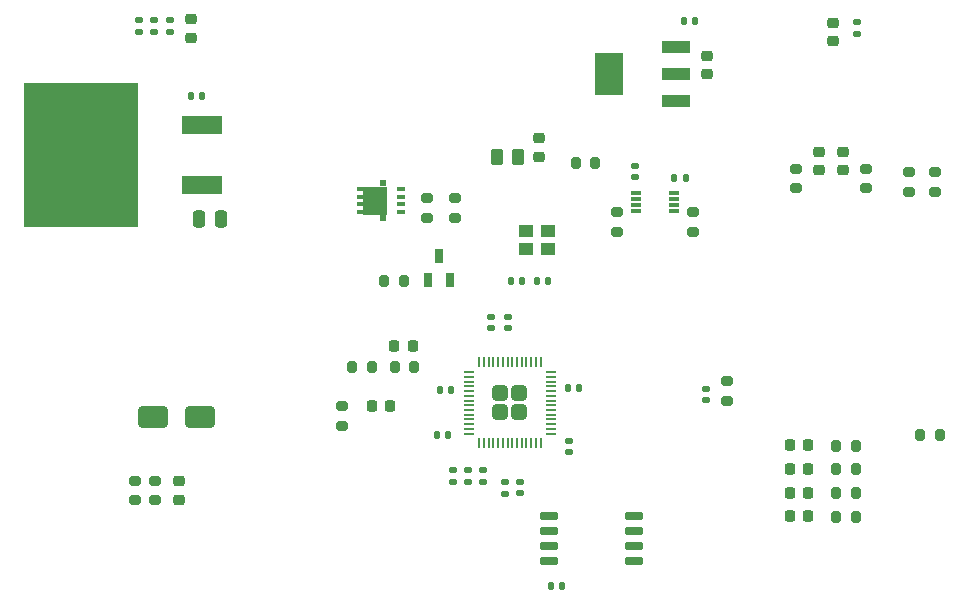
<source format=gbr>
%TF.GenerationSoftware,KiCad,Pcbnew,8.0.2*%
%TF.CreationDate,2024-12-31T23:00:35-06:00*%
%TF.ProjectId,LampBoardModule,4c616d70-426f-4617-9264-4d6f64756c65,rev?*%
%TF.SameCoordinates,Original*%
%TF.FileFunction,Paste,Top*%
%TF.FilePolarity,Positive*%
%FSLAX46Y46*%
G04 Gerber Fmt 4.6, Leading zero omitted, Abs format (unit mm)*
G04 Created by KiCad (PCBNEW 8.0.2) date 2024-12-31 23:00:35*
%MOMM*%
%LPD*%
G01*
G04 APERTURE LIST*
G04 Aperture macros list*
%AMRoundRect*
0 Rectangle with rounded corners*
0 $1 Rounding radius*
0 $2 $3 $4 $5 $6 $7 $8 $9 X,Y pos of 4 corners*
0 Add a 4 corners polygon primitive as box body*
4,1,4,$2,$3,$4,$5,$6,$7,$8,$9,$2,$3,0*
0 Add four circle primitives for the rounded corners*
1,1,$1+$1,$2,$3*
1,1,$1+$1,$4,$5*
1,1,$1+$1,$6,$7*
1,1,$1+$1,$8,$9*
0 Add four rect primitives between the rounded corners*
20,1,$1+$1,$2,$3,$4,$5,0*
20,1,$1+$1,$4,$5,$6,$7,0*
20,1,$1+$1,$6,$7,$8,$9,0*
20,1,$1+$1,$8,$9,$2,$3,0*%
G04 Aperture macros list end*
%ADD10RoundRect,0.218750X0.256250X-0.218750X0.256250X0.218750X-0.256250X0.218750X-0.256250X-0.218750X0*%
%ADD11RoundRect,0.200000X0.275000X-0.200000X0.275000X0.200000X-0.275000X0.200000X-0.275000X-0.200000X0*%
%ADD12RoundRect,0.135000X-0.185000X0.135000X-0.185000X-0.135000X0.185000X-0.135000X0.185000X0.135000X0*%
%ADD13RoundRect,0.140000X-0.140000X-0.170000X0.140000X-0.170000X0.140000X0.170000X-0.140000X0.170000X0*%
%ADD14R,0.700000X1.250000*%
%ADD15RoundRect,0.200000X-0.200000X-0.275000X0.200000X-0.275000X0.200000X0.275000X-0.200000X0.275000X0*%
%ADD16R,3.500000X1.600000*%
%ADD17R,9.750000X12.200000*%
%ADD18RoundRect,0.200000X-0.275000X0.200000X-0.275000X-0.200000X0.275000X-0.200000X0.275000X0.200000X0*%
%ADD19RoundRect,0.200000X0.200000X0.275000X-0.200000X0.275000X-0.200000X-0.275000X0.200000X-0.275000X0*%
%ADD20RoundRect,0.140000X-0.170000X0.140000X-0.170000X-0.140000X0.170000X-0.140000X0.170000X0.140000X0*%
%ADD21RoundRect,0.225000X0.250000X-0.225000X0.250000X0.225000X-0.250000X0.225000X-0.250000X-0.225000X0*%
%ADD22RoundRect,0.140000X0.170000X-0.140000X0.170000X0.140000X-0.170000X0.140000X-0.170000X-0.140000X0*%
%ADD23RoundRect,0.218750X0.218750X0.256250X-0.218750X0.256250X-0.218750X-0.256250X0.218750X-0.256250X0*%
%ADD24RoundRect,0.250000X1.000000X0.650000X-1.000000X0.650000X-1.000000X-0.650000X1.000000X-0.650000X0*%
%ADD25RoundRect,0.150000X0.650000X0.150000X-0.650000X0.150000X-0.650000X-0.150000X0.650000X-0.150000X0*%
%ADD26RoundRect,0.140000X0.140000X0.170000X-0.140000X0.170000X-0.140000X-0.170000X0.140000X-0.170000X0*%
%ADD27R,2.470000X0.980000*%
%ADD28R,2.470000X3.600000*%
%ADD29R,0.850000X0.300000*%
%ADD30RoundRect,0.250000X0.250000X0.475000X-0.250000X0.475000X-0.250000X-0.475000X0.250000X-0.475000X0*%
%ADD31RoundRect,0.218750X-0.218750X-0.256250X0.218750X-0.256250X0.218750X0.256250X-0.218750X0.256250X0*%
%ADD32R,0.660000X0.420000*%
%ADD33R,0.570000X0.600000*%
%ADD34R,2.100000X2.400000*%
%ADD35R,1.200000X1.100000*%
%ADD36RoundRect,0.249999X0.395001X0.395001X-0.395001X0.395001X-0.395001X-0.395001X0.395001X-0.395001X0*%
%ADD37RoundRect,0.050000X0.387500X0.050000X-0.387500X0.050000X-0.387500X-0.050000X0.387500X-0.050000X0*%
%ADD38RoundRect,0.050000X0.050000X0.387500X-0.050000X0.387500X-0.050000X-0.387500X0.050000X-0.387500X0*%
%ADD39RoundRect,0.218750X-0.256250X0.218750X-0.256250X-0.218750X0.256250X-0.218750X0.256250X0.218750X0*%
%ADD40RoundRect,0.250000X0.262500X0.450000X-0.262500X0.450000X-0.262500X-0.450000X0.262500X-0.450000X0*%
G04 APERTURE END LIST*
D10*
%TO.C,D8*%
X87300000Y-91687500D03*
X87300000Y-90112500D03*
%TD*%
D11*
%TO.C,R6*%
X118600000Y-94625000D03*
X118600000Y-92975000D03*
%TD*%
D12*
%TO.C,R31*%
X53400000Y-80090000D03*
X53400000Y-81110000D03*
%TD*%
D13*
%TO.C,C2*%
X87095000Y-102150000D03*
X88055000Y-102150000D03*
%TD*%
%TO.C,C1*%
X88270000Y-128000000D03*
X89230000Y-128000000D03*
%TD*%
D14*
%TO.C,Q1*%
X77850000Y-102100000D03*
X79750000Y-102100000D03*
X78800000Y-100100000D03*
%TD*%
D15*
%TO.C,R12*%
X112462500Y-118140000D03*
X114112500Y-118140000D03*
%TD*%
D16*
%TO.C,IC1*%
X58741000Y-94040000D03*
X58741000Y-88960000D03*
D17*
X48466000Y-91500000D03*
%TD*%
D18*
%TO.C,R2*%
X54800000Y-119075000D03*
X54800000Y-120725000D03*
%TD*%
D15*
%TO.C,R14*%
X112462500Y-120140000D03*
X114112500Y-120140000D03*
%TD*%
D11*
%TO.C,R22*%
X109000000Y-94325000D03*
X109000000Y-92675000D03*
%TD*%
D19*
%TO.C,R5*%
X76725000Y-109500000D03*
X75075000Y-109500000D03*
%TD*%
D20*
%TO.C,C21*%
X84375000Y-119220000D03*
X84375000Y-120180000D03*
%TD*%
D18*
%TO.C,R21*%
X115000000Y-92675000D03*
X115000000Y-94325000D03*
%TD*%
%TO.C,R29*%
X53100000Y-119075000D03*
X53100000Y-120725000D03*
%TD*%
D15*
%TO.C,R8*%
X119575000Y-115200000D03*
X121225000Y-115200000D03*
%TD*%
D21*
%TO.C,C23*%
X113000000Y-92775000D03*
X113000000Y-91225000D03*
%TD*%
D10*
%TO.C,D1*%
X56800000Y-120687500D03*
X56800000Y-119112500D03*
%TD*%
D22*
%TO.C,C12*%
X83200000Y-106180000D03*
X83200000Y-105220000D03*
%TD*%
D23*
%TO.C,D4*%
X76587500Y-107700000D03*
X75012500Y-107700000D03*
%TD*%
D22*
%TO.C,C9*%
X101400000Y-112280000D03*
X101400000Y-111320000D03*
%TD*%
D20*
%TO.C,C15*%
X81250000Y-118220000D03*
X81250000Y-119180000D03*
%TD*%
%TO.C,C14*%
X85625000Y-119200000D03*
X85625000Y-120160000D03*
%TD*%
D24*
%TO.C,D11*%
X58600000Y-113700000D03*
X54600000Y-113700000D03*
%TD*%
D15*
%TO.C,R17*%
X74175000Y-102200000D03*
X75825000Y-102200000D03*
%TD*%
D25*
%TO.C,U2*%
X95350000Y-125905000D03*
X95350000Y-124635000D03*
X95350000Y-123365000D03*
X95350000Y-122095000D03*
X88150000Y-122095000D03*
X88150000Y-123365000D03*
X88150000Y-124635000D03*
X88150000Y-125905000D03*
%TD*%
D23*
%TO.C,D6*%
X110075000Y-116100000D03*
X108500000Y-116100000D03*
%TD*%
D21*
%TO.C,C24*%
X111000000Y-92775000D03*
X111000000Y-91225000D03*
%TD*%
D23*
%TO.C,D5*%
X110075000Y-118100000D03*
X108500000Y-118100000D03*
%TD*%
D13*
%TO.C,C17*%
X89720000Y-111200000D03*
X90680000Y-111200000D03*
%TD*%
D26*
%TO.C,C6*%
X58730000Y-86500000D03*
X57770000Y-86500000D03*
%TD*%
D11*
%TO.C,R9*%
X100300000Y-98025000D03*
X100300000Y-96375000D03*
%TD*%
D13*
%TO.C,C3*%
X84895000Y-102200000D03*
X85855000Y-102200000D03*
%TD*%
D27*
%TO.C,CR1*%
X98842700Y-86978500D03*
X98842700Y-84678500D03*
X98842700Y-82378500D03*
D28*
X93182700Y-84678500D03*
%TD*%
D13*
%TO.C,C11*%
X98720000Y-93500000D03*
X99680000Y-93500000D03*
%TD*%
D29*
%TO.C,IC2*%
X95525000Y-94750000D03*
X95525000Y-95250000D03*
X95525000Y-95750000D03*
X95525000Y-96250000D03*
X98675000Y-96250000D03*
X98675000Y-95750000D03*
X98675000Y-95250000D03*
X98675000Y-94750000D03*
%TD*%
D15*
%TO.C,R13*%
X112462500Y-116140000D03*
X114112500Y-116140000D03*
%TD*%
D30*
%TO.C,C5*%
X60350000Y-96900000D03*
X58450000Y-96900000D03*
%TD*%
D20*
%TO.C,C13*%
X82500000Y-118220000D03*
X82500000Y-119180000D03*
%TD*%
D23*
%TO.C,D10*%
X110075000Y-122100000D03*
X108500000Y-122100000D03*
%TD*%
D31*
%TO.C,D9*%
X73112500Y-112800000D03*
X74687500Y-112800000D03*
%TD*%
D32*
%TO.C,Q2*%
X75600000Y-96350000D03*
X75600000Y-95700000D03*
X75600000Y-95050000D03*
X75600000Y-94400000D03*
X72200000Y-94400000D03*
X72200000Y-95050000D03*
X72200000Y-95700000D03*
D33*
X74050000Y-96820000D03*
D32*
X72200000Y-96350000D03*
D34*
X73400000Y-95370000D03*
D33*
X74050000Y-93920000D03*
%TD*%
D15*
%TO.C,R18*%
X112462500Y-122140000D03*
X114112500Y-122140000D03*
%TD*%
D12*
%TO.C,R4*%
X114200000Y-80290000D03*
X114200000Y-81310000D03*
%TD*%
D22*
%TO.C,C10*%
X95400000Y-93380000D03*
X95400000Y-92420000D03*
%TD*%
D20*
%TO.C,C16*%
X89800000Y-115720000D03*
X89800000Y-116680000D03*
%TD*%
D35*
%TO.C,Y1*%
X86150000Y-99450000D03*
X88050000Y-99450000D03*
X88050000Y-97950000D03*
X86150000Y-97950000D03*
%TD*%
D22*
%TO.C,C18*%
X84625000Y-106180000D03*
X84625000Y-105220000D03*
%TD*%
D18*
%TO.C,R16*%
X70600000Y-112775000D03*
X70600000Y-114425000D03*
%TD*%
D12*
%TO.C,R3*%
X56000000Y-80110000D03*
X56000000Y-81130000D03*
%TD*%
D18*
%TO.C,R19*%
X77800000Y-95175000D03*
X77800000Y-96825000D03*
%TD*%
D11*
%TO.C,R10*%
X93900000Y-98025000D03*
X93900000Y-96375000D03*
%TD*%
D36*
%TO.C,U1*%
X85612500Y-113300000D03*
X85612500Y-111700000D03*
X84012500Y-113300000D03*
X84012500Y-111700000D03*
D37*
X88250000Y-115100000D03*
X88250000Y-114700000D03*
X88250000Y-114300000D03*
X88250000Y-113900000D03*
X88250000Y-113500000D03*
X88250000Y-113100000D03*
X88250000Y-112700000D03*
X88250000Y-112300000D03*
X88250000Y-111900000D03*
X88250000Y-111500000D03*
X88250000Y-111100000D03*
X88250000Y-110700000D03*
X88250000Y-110300000D03*
X88250000Y-109900000D03*
D38*
X87412500Y-109062500D03*
X87012500Y-109062500D03*
X86612500Y-109062500D03*
X86212500Y-109062500D03*
X85812500Y-109062500D03*
X85412500Y-109062500D03*
X85012500Y-109062500D03*
X84612500Y-109062500D03*
X84212500Y-109062500D03*
X83812500Y-109062500D03*
X83412500Y-109062500D03*
X83012500Y-109062500D03*
X82612500Y-109062500D03*
X82212500Y-109062500D03*
D37*
X81375000Y-109900000D03*
X81375000Y-110300000D03*
X81375000Y-110700000D03*
X81375000Y-111100000D03*
X81375000Y-111500000D03*
X81375000Y-111900000D03*
X81375000Y-112300000D03*
X81375000Y-112700000D03*
X81375000Y-113100000D03*
X81375000Y-113500000D03*
X81375000Y-113900000D03*
X81375000Y-114300000D03*
X81375000Y-114700000D03*
X81375000Y-115100000D03*
D38*
X82212500Y-115937500D03*
X82612500Y-115937500D03*
X83012500Y-115937500D03*
X83412500Y-115937500D03*
X83812500Y-115937500D03*
X84212500Y-115937500D03*
X84612500Y-115937500D03*
X85012500Y-115937500D03*
X85412500Y-115937500D03*
X85812500Y-115937500D03*
X86212500Y-115937500D03*
X86612500Y-115937500D03*
X87012500Y-115937500D03*
X87412500Y-115937500D03*
%TD*%
D26*
%TO.C,C19*%
X79855000Y-111450000D03*
X78895000Y-111450000D03*
%TD*%
D21*
%TO.C,C8*%
X101512700Y-84675000D03*
X101512700Y-83125000D03*
%TD*%
D15*
%TO.C,R11*%
X90375000Y-92200000D03*
X92025000Y-92200000D03*
%TD*%
D20*
%TO.C,C22*%
X80000000Y-118220000D03*
X80000000Y-119180000D03*
%TD*%
D39*
%TO.C,D2*%
X57800000Y-80012500D03*
X57800000Y-81587500D03*
%TD*%
D11*
%TO.C,R7*%
X120800000Y-94625000D03*
X120800000Y-92975000D03*
%TD*%
D39*
%TO.C,D3*%
X112200000Y-80312500D03*
X112200000Y-81887500D03*
%TD*%
D40*
%TO.C,R15*%
X85512500Y-91700000D03*
X83687500Y-91700000D03*
%TD*%
D11*
%TO.C,R23*%
X103200000Y-112325000D03*
X103200000Y-110675000D03*
%TD*%
D12*
%TO.C,R30*%
X54700000Y-80110000D03*
X54700000Y-81130000D03*
%TD*%
D11*
%TO.C,R20*%
X80200000Y-96825000D03*
X80200000Y-95175000D03*
%TD*%
D26*
%TO.C,C20*%
X79605000Y-115200000D03*
X78645000Y-115200000D03*
%TD*%
D15*
%TO.C,R28*%
X71475000Y-109500000D03*
X73125000Y-109500000D03*
%TD*%
D23*
%TO.C,D7*%
X110075000Y-120100000D03*
X108500000Y-120100000D03*
%TD*%
D13*
%TO.C,C7*%
X99532700Y-80178500D03*
X100492700Y-80178500D03*
%TD*%
M02*

</source>
